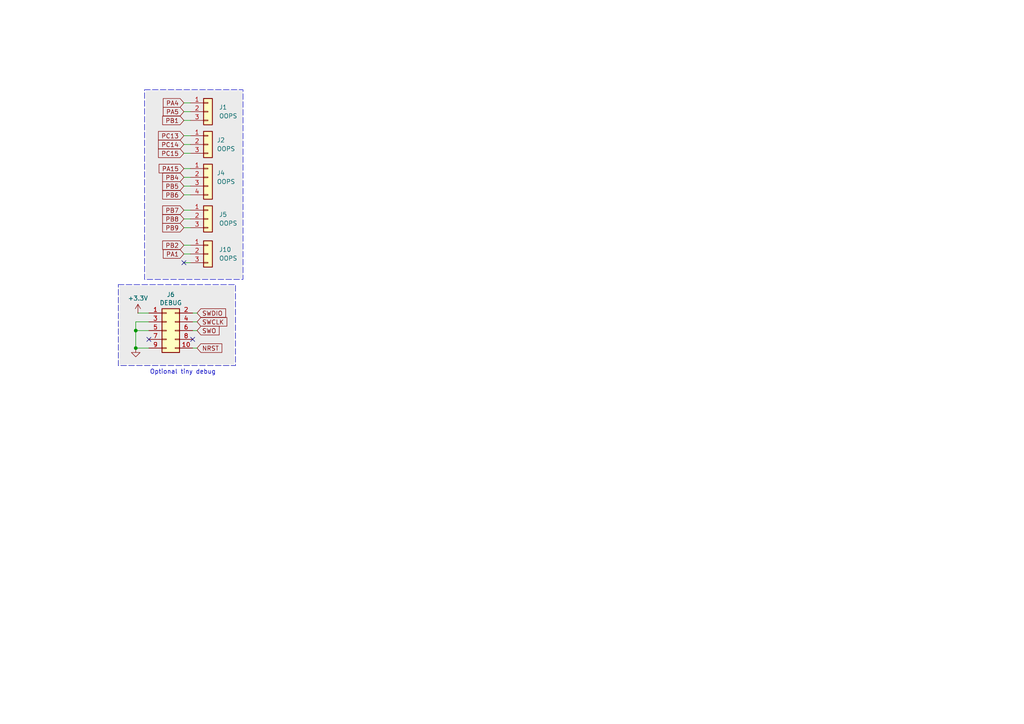
<source format=kicad_sch>
(kicad_sch (version 20231120) (generator "eeschema") (generator_version "8.0")
  (paper "A4")
  (lib_symbols
    (symbol "Connector_Generic:Conn_01x03" (pin_names (offset 1.016) hide)
      (property "Reference" "J" (at 0 5.08 0))
      (property "Value" "Conn_01x03" (at 0 -5.08 0))
      (symbol "Conn_01x03_1_1"
        (rectangle (start -1.27 -2.413) (end 0 -2.667) (stroke (width 0.1524)))
        (rectangle (start -1.27 0.127) (end 0 -0.127) (stroke (width 0.1524)))
        (rectangle (start -1.27 2.667) (end 0 2.413) (stroke (width 0.1524)))
        (rectangle (start -1.27 3.81) (end 1.27 -3.81) (stroke (width 0.254)) (fill (type background)))
        (pin passive line (at -5.08 2.54 0) (length 3.81) (name "Pin_1") (number "1"))
        (pin passive line (at -5.08 0 0) (length 3.81) (name "Pin_2") (number "2"))
        (pin passive line (at -5.08 -2.54 0) (length 3.81) (name "Pin_3") (number "3"))
      )
    )
    (symbol "Connector_Generic:Conn_01x04" (pin_names (offset 1.016) hide)
      (property "Reference" "J" (at 0 5.08 0))
      (property "Value" "Conn_01x04" (at 0 -7.62 0))
      (symbol "Conn_01x04_1_1"
        (rectangle (start -1.27 -4.953) (end 0 -5.207) (stroke (width 0.1524)))
        (rectangle (start -1.27 -2.413) (end 0 -2.667) (stroke (width 0.1524)))
        (rectangle (start -1.27 0.127) (end 0 -0.127) (stroke (width 0.1524)))
        (rectangle (start -1.27 2.667) (end 0 2.413) (stroke (width 0.1524)))
        (rectangle (start -1.27 3.81) (end 1.27 -6.35) (stroke (width 0.254)) (fill (type background)))
        (pin passive line (at -5.08 2.54 0) (length 3.81) (name "Pin_1") (number "1"))
        (pin passive line (at -5.08 0 0) (length 3.81) (name "Pin_2") (number "2"))
        (pin passive line (at -5.08 -2.54 0) (length 3.81) (name "Pin_3") (number "3"))
        (pin passive line (at -5.08 -5.08 0) (length 3.81) (name "Pin_4") (number "4"))
      )
    )
    (symbol "Connector_Generic:Conn_02x05_Odd_Even" (pin_names (offset 1.016) hide)
      (property "Reference" "J" (at 1.27 7.62 0))
      (property "Value" "Conn_02x05_Odd_Even" (at 1.27 -7.62 0))
      (symbol "Conn_02x05_Odd_Even_1_1"
        (rectangle (start -1.27 -4.953) (end 0 -5.207) (stroke (width 0.1524)))
        (rectangle (start -1.27 -2.413) (end 0 -2.667) (stroke (width 0.1524)))
        (rectangle (start -1.27 0.127) (end 0 -0.127) (stroke (width 0.1524)))
        (rectangle (start -1.27 2.667) (end 0 2.413) (stroke (width 0.1524)))
        (rectangle (start -1.27 5.207) (end 0 4.953) (stroke (width 0.1524)))
        (rectangle (start -1.27 6.35) (end 3.81 -6.35) (stroke (width 0.254)) (fill (type background)))
        (rectangle (start 3.81 -4.953) (end 2.54 -5.207) (stroke (width 0.1524)))
        (rectangle (start 3.81 -2.413) (end 2.54 -2.667) (stroke (width 0.1524)))
        (rectangle (start 3.81 0.127) (end 2.54 -0.127) (stroke (width 0.1524)))
        (rectangle (start 3.81 2.667) (end 2.54 2.413) (stroke (width 0.1524)))
        (rectangle (start 3.81 5.207) (end 2.54 4.953) (stroke (width 0.1524)))
        (pin passive line (at -5.08 5.08 0) (length 3.81) (name "Pin_1") (number "1"))
        (pin passive line (at 7.62 -5.08 180) (length 3.81) (name "Pin_10") (number "10"))
        (pin passive line (at 7.62 5.08 180) (length 3.81) (name "Pin_2") (number "2"))
        (pin passive line (at -5.08 2.54 0) (length 3.81) (name "Pin_3") (number "3"))
        (pin passive line (at 7.62 2.54 180) (length 3.81) (name "Pin_4") (number "4"))
        (pin passive line (at -5.08 0 0) (length 3.81) (name "Pin_5") (number "5"))
        (pin passive line (at 7.62 0 180) (length 3.81) (name "Pin_6") (number "6"))
        (pin passive line (at -5.08 -2.54 0) (length 3.81) (name "Pin_7") (number "7"))
        (pin passive line (at 7.62 -2.54 180) (length 3.81) (name "Pin_8") (number "8"))
        (pin passive line (at -5.08 -5.08 0) (length 3.81) (name "Pin_9") (number "9"))
      )
    )
    (symbol "power:+3.3V" (power) (pin_numbers hide) (pin_names (offset 0) hide)
      (property "Value" "+3.3V" (at 0 3.556 0))
      (symbol "+3.3V_0_1"
        (polyline (pts (xy -0.762 1.27) (xy 0 2.54)))
        (polyline (pts (xy 0 0) (xy 0 2.54)))
        (polyline (pts (xy 0 2.54) (xy 0.762 1.27)))
      )
      (symbol "+3.3V_1_1"
        (pin power_in line (at 0 0 90) (length 0) (name "~") (number "1"))
      )
    )
    (symbol "power:GND" (power) (pin_numbers hide) (pin_names (offset 0) hide)
      (property "Value" "GND" (at 0 -3.81 0))
      (symbol "GND_0_1"
        (polyline (pts (xy 0 0) (xy 0 -1.27) (xy 1.27 -1.27) (xy 0 -2.54) (xy -1.27 -1.27) (xy 0 -1.27)))
      )
      (symbol "GND_1_1"
        (pin power_in line (at 0 0 270) (length 0) (name "~") (number "1"))
      )
    )
  )
  (junction (at 39.37 95.885))
  (junction (at 39.37 100.965))
  (no_connect (at 55.88 98.425))
  (no_connect (at 53.34 76.2))
  (no_connect (at 43.18 98.425))
  (wire (pts (xy 53.34 76.2) (xy 55.245 76.2)))
  (wire (pts (xy 39.37 95.885) (xy 43.18 95.885)))
  (wire (pts (xy 53.34 48.895) (xy 55.245 48.895)))
  (wire (pts (xy 43.18 93.345) (xy 39.37 93.345)))
  (wire (pts (xy 55.88 93.345) (xy 57.15 93.345)))
  (wire (pts (xy 53.34 56.515) (xy 55.245 56.515)))
  (wire (pts (xy 53.34 71.12) (xy 55.245 71.12)))
  (wire (pts (xy 55.88 95.885) (xy 57.15 95.885)))
  (wire (pts (xy 53.34 51.435) (xy 55.245 51.435)))
  (wire (pts (xy 53.34 63.5) (xy 55.245 63.5)))
  (wire (pts (xy 55.88 90.805) (xy 57.15 90.805)))
  (wire (pts (xy 53.34 32.385) (xy 55.245 32.385)))
  (wire (pts (xy 53.34 53.975) (xy 55.245 53.975)))
  (wire (pts (xy 39.37 93.345) (xy 39.37 95.885)))
  (wire (pts (xy 53.34 73.66) (xy 55.245 73.66)))
  (wire (pts (xy 53.34 39.37) (xy 55.245 39.37)))
  (wire (pts (xy 53.34 29.845) (xy 55.245 29.845)))
  (wire (pts (xy 53.34 41.91) (xy 55.245 41.91)))
  (wire (pts (xy 39.37 100.965) (xy 43.18 100.965)))
  (wire (pts (xy 53.34 44.45) (xy 55.245 44.45)))
  (wire (pts (xy 53.34 60.96) (xy 55.245 60.96)))
  (wire (pts (xy 55.88 100.965) (xy 57.15 100.965)))
  (wire (pts (xy 53.34 34.925) (xy 55.245 34.925)))
  (wire (pts (xy 53.34 66.04) (xy 55.245 66.04)))
  (wire (pts (xy 40.005 90.805) (xy 43.18 90.805)))
  (wire (pts (xy 39.37 95.885) (xy 39.37 100.965)))
  (rectangle (start 34.29 82.55) (end 68.326 106.045) (stroke (width 0) (type dash)) (fill (type color) (color 235 235 235 1)))
  (rectangle (start 41.91 26.035) (end 70.485 81.026) (stroke (width 0) (type dash)) (fill (type color) (color 235 235 235 1)))
  (text "Optional tiny debug" (at 43.434 108.712 0) (effects (font (size 1.27 1.27)) (justify left bottom)))
  (global_label "PC13" (shape input) (at 53.34 39.37 180) (property "Intersheetrefs" "${INTERSHEET_REFS}" (effects (hide yes))))
  (global_label "PC15" (shape input) (at 53.34 44.45 180) (property "Intersheetrefs" "${INTERSHEET_REFS}" (effects (hide yes))))
  (global_label "PA1" (shape input) (at 53.34 73.66 180) (property "Intersheetrefs" "${INTERSHEET_REFS}" (effects (hide yes))))
  (global_label "PB2" (shape input) (at 53.34 71.12 180) (property "Intersheetrefs" "${INTERSHEET_REFS}" (effects (hide yes))))
  (global_label "PB6" (shape input) (at 53.34 56.515 180) (property "Intersheetrefs" "${INTERSHEET_REFS}" (effects (hide yes))))
  (global_label "PC14" (shape input) (at 53.34 41.91 180) (property "Intersheetrefs" "${INTERSHEET_REFS}" (effects (hide yes))))
  (global_label "PB8" (shape input) (at 53.34 63.5 180) (property "Intersheetrefs" "${INTERSHEET_REFS}" (effects (hide yes))))
  (global_label "SWO" (shape input) (at 57.15 95.885 0) (property "Intersheetrefs" "${INTERSHEET_REFS}" (effects (hide yes))))
  (global_label "PA5" (shape input) (at 53.34 32.385 180) (property "Intersheetrefs" "${INTERSHEET_REFS}" (effects (hide yes))))
  (global_label "PB9" (shape input) (at 53.34 66.04 180) (property "Intersheetrefs" "${INTERSHEET_REFS}" (effects (hide yes))))
  (global_label "PB7" (shape input) (at 53.34 60.96 180) (property "Intersheetrefs" "${INTERSHEET_REFS}" (effects (hide yes))))
  (global_label "PB4" (shape input) (at 53.34 51.435 180) (property "Intersheetrefs" "${INTERSHEET_REFS}" (effects (hide yes))))
  (global_label "PA15" (shape input) (at 53.34 48.895 180) (property "Intersheetrefs" "${INTERSHEET_REFS}" (effects (hide yes))))
  (global_label "PB1" (shape input) (at 53.34 34.925 180) (property "Intersheetrefs" "${INTERSHEET_REFS}" (effects (hide yes))))
  (global_label "NRST" (shape input) (at 57.15 100.965 0) (property "Intersheetrefs" "${INTERSHEET_REFS}" (effects (hide yes))))
  (global_label "PB5" (shape input) (at 53.34 53.975 180) (property "Intersheetrefs" "${INTERSHEET_REFS}" (effects (hide yes))))
  (global_label "SWCLK" (shape input) (at 57.15 93.345 0) (property "Intersheetrefs" "${INTERSHEET_REFS}" (effects (hide yes))))
  (global_label "SWDIO" (shape input) (at 57.15 90.805 0) (property "Intersheetrefs" "${INTERSHEET_REFS}" (effects (hide yes))))
  (global_label "PA4" (shape input) (at 53.34 29.845 180) (property "Intersheetrefs" "${INTERSHEET_REFS}" (effects (hide yes))))
  (symbol (lib_id "power:GND") (at 39.37 100.965 0) (unit 1)
    (property "Reference" "#PWR028" (effects (hide yes)))
    (property "Value" "GND" (effects (hide yes)))
    (property "Description" "Power symbol creates a global label with name \"GND\" , ground" (effects (hide yes)))
  )
  (symbol (lib_id "Connector_Generic:Conn_01x03") (at 60.325 41.91 0) (unit 1) (in_bom no) (on_board no)
    (property "Reference" "J2" (at 62.865 40.64 0) (effects (justify left)))
    (property "Value" "OOPS" (at 62.865 43.18 0) (effects (justify left)))
    (property "Footprint" "Connector_PinHeader_2.54mm:PinHeader_1x03_P2.54mm_Vertical" (effects (hide yes)))
    (property "Description" "Generic connector, single row, 01x03, script generated (kicad-library-utils/schlib/autogen/connector/)" (effects (hide yes)))
  )
  (symbol (lib_id "Connector_Generic:Conn_01x03") (at 60.325 32.385 0) (unit 1) (in_bom no) (on_board no)
    (property "Reference" "J1" (at 63.5 31.115 0) (effects (justify left)))
    (property "Value" "OOPS" (at 63.5 33.655 0) (effects (justify left)))
    (property "Footprint" "Connector_PinHeader_2.54mm:PinHeader_1x03_P2.54mm_Vertical" (effects (hide yes)))
    (property "Description" "Generic connector, single row, 01x03, script generated (kicad-library-utils/schlib/autogen/connector/)" (effects (hide yes)))
  )
  (symbol (lib_id "power:+3.3V") (at 40.005 90.805 0) (unit 1)
    (property "Reference" "#PWR027" (effects (hide yes)))
    (property "Value" "+3.3V" (at 40.005 86.5124 0))
    (property "Description" "Power symbol creates a global label with name \"+3.3V\"" (effects (hide yes)))
  )
  (symbol (lib_id "Connector_Generic:Conn_01x03") (at 60.325 73.66 0) (unit 1) (in_bom no) (on_board no)
    (property "Reference" "J10" (at 63.5 72.39 0) (effects (justify left)))
    (property "Value" "OOPS" (at 63.5 74.93 0) (effects (justify left)))
    (property "Footprint" "Connector_PinHeader_2.54mm:PinHeader_1x03_P2.54mm_Vertical" (effects (hide yes)))
    (property "Description" "Generic connector, single row, 01x03, script generated (kicad-library-utils/schlib/autogen/connector/)" (effects (hide yes)))
  )
  (symbol (lib_id "Connector_Generic:Conn_01x03") (at 60.325 63.5 0) (unit 1) (in_bom no) (on_board no)
    (property "Reference" "J5" (at 63.5 62.23 0) (effects (justify left)))
    (property "Value" "OOPS" (at 63.5 64.77 0) (effects (justify left)))
    (property "Footprint" "Connector_PinHeader_2.54mm:PinHeader_1x03_P2.54mm_Vertical" (effects (hide yes)))
    (property "Description" "Generic connector, single row, 01x03, script generated (kicad-library-utils/schlib/autogen/connector/)" (effects (hide yes)))
  )
  (symbol (lib_id "Connector_Generic:Conn_01x04") (at 60.325 51.435 0) (unit 1) (in_bom no) (on_board no)
    (property "Reference" "J4" (at 62.865 50.165 0) (effects (justify left)))
    (property "Value" "OOPS" (at 62.865 52.705 0) (effects (justify left)))
    (property "Footprint" "Connector_PinHeader_2.54mm:PinHeader_1x04_P2.54mm_Vertical" (effects (hide yes)))
    (property "Description" "Generic connector, single row, 01x04, script generated (kicad-library-utils/schlib/autogen/connector/)" (effects (hide yes)))
  )
  (symbol (lib_id "Connector_Generic:Conn_02x05_Odd_Even") (at 48.26 95.885 0) (unit 1) (in_bom no) (on_board no)
    (property "Reference" "J6" (at 49.53 85.448 0))
    (property "Value" "DEBUG" (at 49.53 87.834 0))
    (property "Footprint" "Connector_PinHeader_1.27mm:PinHeader_2x05_P1.27mm_Vertical_SMD" (effects (hide yes)))
    (property "Description" "Generic connector, double row, 02x05, odd/even pin numbering scheme (row 1 odd numbers, row 2 even numbers), script generated (kicad-library-utils/schlib/autogen/connector/)" (effects (hide yes)))
  )
)
</source>
